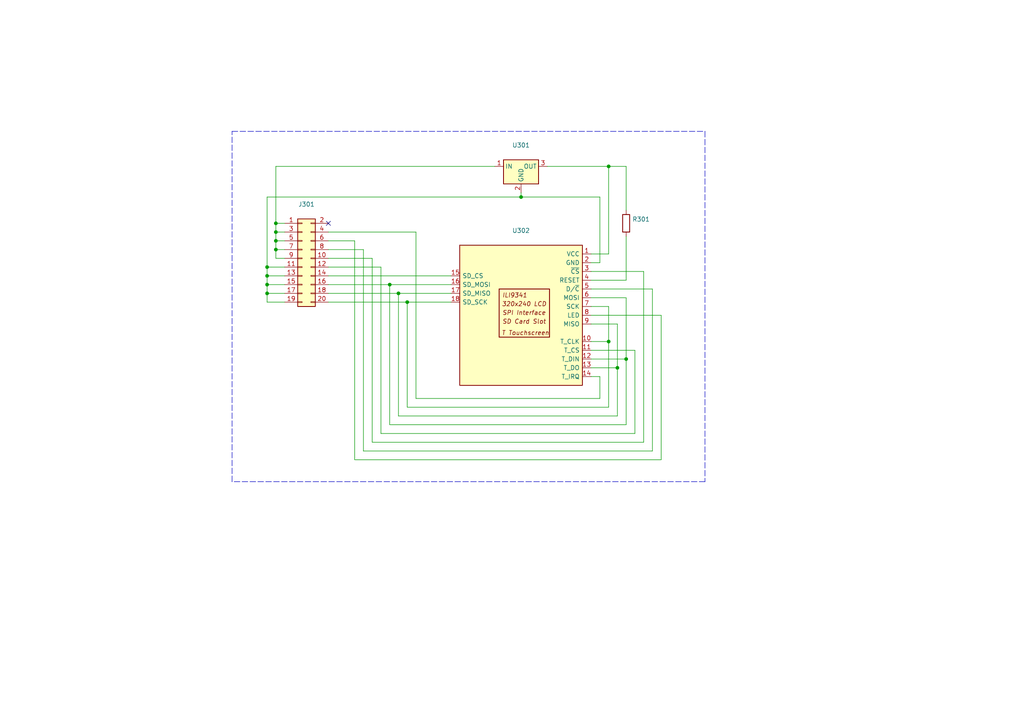
<source format=kicad_sch>
(kicad_sch (version 20211123) (generator eeschema)
  (paper "A4")
  (title_block (title "Brewboard") (date "2018-05-23") (rev "1.1") (company "MBSE") (comment 1 "TFT board"))
  (lib_symbols
    (symbol "Connector_Generic:Conn_02x10_Odd_Even" (pin_names (offset 1.016) hide)
      (property "Reference" "J" (at 1.27 12.7 0))
      (property "Value" "Conn_02x10_Odd_Even" (at 1.27 -15.24 0))
      (symbol "Conn_02x10_Odd_Even_1_1"
        (rectangle (start -1.27 -12.573) (end 0 -12.827) (stroke (width 0.1524)))
        (rectangle (start -1.27 -10.033) (end 0 -10.287) (stroke (width 0.1524)))
        (rectangle (start -1.27 -7.493) (end 0 -7.747) (stroke (width 0.1524)))
        (rectangle (start -1.27 -4.953) (end 0 -5.207) (stroke (width 0.1524)))
        (rectangle (start -1.27 -2.413) (end 0 -2.667) (stroke (width 0.1524)))
        (rectangle (start -1.27 0.127) (end 0 -0.127) (stroke (width 0.1524)))
        (rectangle (start -1.27 2.667) (end 0 2.413) (stroke (width 0.1524)))
        (rectangle (start -1.27 5.207) (end 0 4.953) (stroke (width 0.1524)))
        (rectangle (start -1.27 7.747) (end 0 7.493) (stroke (width 0.1524)))
        (rectangle (start -1.27 10.287) (end 0 10.033) (stroke (width 0.1524)))
        (rectangle (start -1.27 11.43) (end 3.81 -13.97) (stroke (width 0.254)) (fill (type background)))
        (rectangle (start 3.81 -12.573) (end 2.54 -12.827) (stroke (width 0.1524)))
        (rectangle (start 3.81 -10.033) (end 2.54 -10.287) (stroke (width 0.1524)))
        (rectangle (start 3.81 -7.493) (end 2.54 -7.747) (stroke (width 0.1524)))
        (rectangle (start 3.81 -4.953) (end 2.54 -5.207) (stroke (width 0.1524)))
        (rectangle (start 3.81 -2.413) (end 2.54 -2.667) (stroke (width 0.1524)))
        (rectangle (start 3.81 0.127) (end 2.54 -0.127) (stroke (width 0.1524)))
        (rectangle (start 3.81 2.667) (end 2.54 2.413) (stroke (width 0.1524)))
        (rectangle (start 3.81 5.207) (end 2.54 4.953) (stroke (width 0.1524)))
        (rectangle (start 3.81 7.747) (end 2.54 7.493) (stroke (width 0.1524)))
        (rectangle (start 3.81 10.287) (end 2.54 10.033) (stroke (width 0.1524)))
        (pin passive line (at -5.08 10.16 0) (length 3.81) (name "Pin_1") (number "1"))
        (pin passive line (at 7.62 0 180) (length 3.81) (name "Pin_10") (number "10"))
        (pin passive line (at -5.08 -2.54 0) (length 3.81) (name "Pin_11") (number "11"))
        (pin passive line (at 7.62 -2.54 180) (length 3.81) (name "Pin_12") (number "12"))
        (pin passive line (at -5.08 -5.08 0) (length 3.81) (name "Pin_13") (number "13"))
        (pin passive line (at 7.62 -5.08 180) (length 3.81) (name "Pin_14") (number "14"))
        (pin passive line (at -5.08 -7.62 0) (length 3.81) (name "Pin_15") (number "15"))
        (pin passive line (at 7.62 -7.62 180) (length 3.81) (name "Pin_16") (number "16"))
        (pin passive line (at -5.08 -10.16 0) (length 3.81) (name "Pin_17") (number "17"))
        (pin passive line (at 7.62 -10.16 180) (length 3.81) (name "Pin_18") (number "18"))
        (pin passive line (at -5.08 -12.7 0) (length 3.81) (name "Pin_19") (number "19"))
        (pin passive line (at 7.62 10.16 180) (length 3.81) (name "Pin_2") (number "2"))
        (pin passive line (at 7.62 -12.7 180) (length 3.81) (name "Pin_20") (number "20"))
        (pin passive line (at -5.08 7.62 0) (length 3.81) (name "Pin_3") (number "3"))
        (pin passive line (at 7.62 7.62 180) (length 3.81) (name "Pin_4") (number "4"))
        (pin passive line (at -5.08 5.08 0) (length 3.81) (name "Pin_5") (number "5"))
        (pin passive line (at 7.62 5.08 180) (length 3.81) (name "Pin_6") (number "6"))
        (pin passive line (at -5.08 2.54 0) (length 3.81) (name "Pin_7") (number "7"))
        (pin passive line (at 7.62 2.54 180) (length 3.81) (name "Pin_8") (number "8"))
        (pin passive line (at -5.08 0 0) (length 3.81) (name "Pin_9") (number "9"))
      )
    )
    (symbol "Converter_DCDC:OKI-78SR-3.3_1.5-W36-C"
      (property "Reference" "U" (at -3.81 3.175 0))
      (property "Value" "OKI-78SR-3.3_1.5-W36-C" (at 0 3.175 0))
      (symbol "OKI-78SR-3.3_1.5-W36-C_0_1"
        (rectangle (start -5.08 1.905) (end 5.08 -5.08) (stroke (width 0.254)) (fill (type background)))
      )
      (symbol "OKI-78SR-3.3_1.5-W36-C_1_1"
        (pin power_in line (at -7.62 0 0) (length 2.54) (name "IN") (number "1"))
        (pin power_in line (at 0 -7.62 90) (length 2.54) (name "GND") (number "2"))
        (pin power_out line (at 7.62 0 180) (length 2.54) (name "OUT") (number "3"))
      )
    )
    (symbol "Device:R" (pin_numbers hide) (pin_names (offset 0))
      (property "Reference" "R" (at 2.032 0 90))
      (property "Value" "R" (at 0 0 90))
      (symbol "R_0_1"
        (rectangle (start -1.016 -2.54) (end 1.016 2.54) (stroke (width 0.254)))
      )
      (symbol "R_1_1"
        (pin passive line (at 0 3.81 270) (length 1.27) (name "~") (number "1"))
        (pin passive line (at 0 -3.81 90) (length 1.27) (name "~") (number "2"))
      )
    )
    (symbol "TFT-SD:ILI9341" (pin_names (offset 0.762))
      (property "Reference" "U" (at -17.78 20.32 0))
      (property "Value" "ILI9341" (at 2.54 20.32 0))
      (symbol "ILI9341_0_0"
        (text "320x240 LCD" (at 0.889 2.032 0) (effects (font (size 1.27 1.27) italic)))
        (text "ILI9341" (at -5.461 4.572 0) (effects (font (size 1.27 1.27) italic) (justify left)))
        (text "SD Card Slot" (at -5.461 -3.048 0) (effects (font (size 1.27 1.27) italic) (justify left)))
        (text "SPI Interface" (at -5.461 -0.508 0) (effects (font (size 1.27 1.27) italic) (justify left)))
        (text "T Touchscreen" (at 1.27 -6.35 0) (effects (font (size 1.27 1.27) italic)))
        (pin input line (at 20.32 -8.89 180) (length 2.54) (name "T_CLK") (number "10"))
        (pin input line (at 20.32 -11.43 180) (length 2.54) (name "T_CS") (number "11"))
        (pin input line (at 20.32 -13.97 180) (length 2.54) (name "T_DIN") (number "12"))
        (pin tri_state line (at 20.32 -16.51 180) (length 2.54) (name "T_DO") (number "13"))
        (pin open_collector line (at 20.32 -19.05 180) (length 2.54) (name "T_IRQ") (number "14"))
      )
      (symbol "ILI9341_0_1"
        (rectangle (start -17.78 19.05) (end 17.78 -21.59) (stroke (width 0.254)) (fill (type background)))
        (rectangle (start -6.35 6.35) (end 8.255 -7.62) (stroke (width 0.254)))
      )
      (symbol "ILI9341_1_1"
        (pin power_in line (at 20.32 16.51 180) (length 2.54) (name "VCC") (number "1"))
        (pin input line (at -20.32 10.16 0) (length 2.54) (name "SD_CS") (number "15"))
        (pin input line (at -20.32 7.62 0) (length 2.54) (name "SD_MOSI") (number "16"))
        (pin tri_state line (at -20.32 5.08 0) (length 2.54) (name "SD_MISO") (number "17"))
        (pin input line (at -20.32 2.54 0) (length 2.54) (name "SD_SCK") (number "18"))
        (pin power_in line (at 20.32 13.97 180) (length 2.54) (name "GND") (number "2"))
        (pin input line (at 20.32 11.43 180) (length 2.54) (name "~{CS}") (number "3"))
        (pin input line (at 20.32 8.89 180) (length 2.54) (name "RESET") (number "4"))
        (pin input line (at 20.32 6.35 180) (length 2.54) (name "D/~{C}") (number "5"))
        (pin input line (at 20.32 3.81 180) (length 2.54) (name "MOSI") (number "6"))
        (pin input line (at 20.32 1.27 180) (length 2.54) (name "SCK") (number "7"))
        (pin input line (at 20.32 -1.27 180) (length 2.54) (name "LED") (number "8"))
        (pin tri_state line (at 20.32 -3.81 180) (length 2.54) (name "MISO") (number "9"))
      )
    )
  )
  (junction (at 77.47 80.01))
  (junction (at 176.53 48.26))
  (junction (at 115.57 85.09))
  (junction (at 77.47 77.47))
  (junction (at 77.47 85.09))
  (junction (at 80.01 67.31))
  (junction (at 179.07 106.68))
  (junction (at 77.47 82.55))
  (junction (at 176.53 99.06))
  (junction (at 80.01 69.85))
  (junction (at 80.01 64.77))
  (junction (at 113.03 82.55))
  (junction (at 80.01 72.39))
  (junction (at 151.13 57.15))
  (junction (at 118.11 87.63))
  (junction (at 181.61 104.14))
  (no_connect (at 95.25 64.77))
  (wire (pts (xy 181.61 60.96) (xy 181.61 48.26)))
  (wire (pts (xy 171.45 91.44) (xy 191.77 91.44)))
  (wire (pts (xy 95.25 80.01) (xy 130.81 80.01)))
  (wire (pts (xy 181.61 81.28) (xy 181.61 68.58)))
  (wire (pts (xy 171.45 83.82) (xy 189.23 83.82)))
  (wire (pts (xy 102.87 69.85) (xy 95.25 69.85)))
  (wire (pts (xy 77.47 80.01) (xy 82.55 80.01)))
  (wire (pts (xy 110.49 77.47) (xy 95.25 77.47)))
  (wire (pts (xy 171.45 93.98) (xy 179.07 93.98)))
  (polyline (pts (xy 67.31 139.7) (xy 67.31 38.1)))
  (wire (pts (xy 113.03 123.19) (xy 113.03 82.55)))
  (wire (pts (xy 186.69 78.74) (xy 186.69 128.27)))
  (wire (pts (xy 171.45 88.9) (xy 176.53 88.9)))
  (wire (pts (xy 95.25 82.55) (xy 113.03 82.55)))
  (wire (pts (xy 171.45 73.66) (xy 176.53 73.66)))
  (wire (pts (xy 186.69 128.27) (xy 107.95 128.27)))
  (wire (pts (xy 77.47 77.47) (xy 77.47 57.15)))
  (wire (pts (xy 184.15 125.73) (xy 110.49 125.73)))
  (wire (pts (xy 151.13 55.88) (xy 151.13 57.15)))
  (wire (pts (xy 176.53 118.11) (xy 118.11 118.11)))
  (polyline (pts (xy 204.47 139.7) (xy 67.31 139.7)))
  (wire (pts (xy 95.25 85.09) (xy 115.57 85.09)))
  (wire (pts (xy 80.01 64.77) (xy 80.01 48.26)))
  (wire (pts (xy 82.55 72.39) (xy 80.01 72.39)))
  (wire (pts (xy 179.07 120.65) (xy 115.57 120.65)))
  (wire (pts (xy 77.47 77.47) (xy 77.47 80.01)))
  (wire (pts (xy 80.01 72.39) (xy 80.01 69.85)))
  (wire (pts (xy 113.03 82.55) (xy 130.81 82.55)))
  (wire (pts (xy 105.41 130.81) (xy 105.41 72.39)))
  (wire (pts (xy 184.15 101.6) (xy 184.15 125.73)))
  (wire (pts (xy 118.11 87.63) (xy 95.25 87.63)))
  (wire (pts (xy 80.01 74.93) (xy 80.01 72.39)))
  (wire (pts (xy 82.55 69.85) (xy 80.01 69.85)))
  (wire (pts (xy 77.47 85.09) (xy 77.47 87.63)))
  (wire (pts (xy 171.45 78.74) (xy 186.69 78.74)))
  (wire (pts (xy 176.53 73.66) (xy 176.53 48.26)))
  (wire (pts (xy 173.99 76.2) (xy 171.45 76.2)))
  (wire (pts (xy 77.47 57.15) (xy 151.13 57.15)))
  (wire (pts (xy 173.99 115.57) (xy 120.65 115.57)))
  (wire (pts (xy 130.81 87.63) (xy 118.11 87.63)))
  (wire (pts (xy 179.07 106.68) (xy 179.07 120.65)))
  (wire (pts (xy 77.47 85.09) (xy 82.55 85.09)))
  (wire (pts (xy 181.61 123.19) (xy 113.03 123.19)))
  (wire (pts (xy 151.13 57.15) (xy 173.99 57.15)))
  (wire (pts (xy 181.61 48.26) (xy 176.53 48.26)))
  (wire (pts (xy 82.55 74.93) (xy 80.01 74.93)))
  (wire (pts (xy 171.45 101.6) (xy 184.15 101.6)))
  (wire (pts (xy 189.23 130.81) (xy 105.41 130.81)))
  (wire (pts (xy 120.65 115.57) (xy 120.65 67.31)))
  (wire (pts (xy 179.07 93.98) (xy 179.07 106.68)))
  (wire (pts (xy 176.53 48.26) (xy 158.75 48.26)))
  (wire (pts (xy 80.01 64.77) (xy 82.55 64.77)))
  (wire (pts (xy 107.95 74.93) (xy 95.25 74.93)))
  (wire (pts (xy 171.45 106.68) (xy 179.07 106.68)))
  (wire (pts (xy 82.55 67.31) (xy 80.01 67.31)))
  (wire (pts (xy 80.01 69.85) (xy 80.01 67.31)))
  (wire (pts (xy 77.47 87.63) (xy 82.55 87.63)))
  (wire (pts (xy 118.11 118.11) (xy 118.11 87.63)))
  (wire (pts (xy 191.77 91.44) (xy 191.77 133.35)))
  (wire (pts (xy 181.61 104.14) (xy 181.61 123.19)))
  (wire (pts (xy 80.01 48.26) (xy 143.51 48.26)))
  (wire (pts (xy 107.95 128.27) (xy 107.95 74.93)))
  (wire (pts (xy 115.57 120.65) (xy 115.57 85.09)))
  (polyline (pts (xy 204.47 38.1) (xy 204.47 139.7)))
  (wire (pts (xy 105.41 72.39) (xy 95.25 72.39)))
  (wire (pts (xy 102.87 133.35) (xy 102.87 69.85)))
  (wire (pts (xy 181.61 86.36) (xy 181.61 104.14)))
  (wire (pts (xy 189.23 83.82) (xy 189.23 130.81)))
  (wire (pts (xy 173.99 57.15) (xy 173.99 76.2)))
  (wire (pts (xy 171.45 81.28) (xy 181.61 81.28)))
  (wire (pts (xy 171.45 99.06) (xy 176.53 99.06)))
  (polyline (pts (xy 67.31 38.1) (xy 204.47 38.1)))
  (wire (pts (xy 110.49 125.73) (xy 110.49 77.47)))
  (wire (pts (xy 176.53 99.06) (xy 176.53 118.11)))
  (wire (pts (xy 120.65 67.31) (xy 95.25 67.31)))
  (wire (pts (xy 173.99 109.22) (xy 173.99 115.57)))
  (wire (pts (xy 171.45 86.36) (xy 181.61 86.36)))
  (wire (pts (xy 115.57 85.09) (xy 130.81 85.09)))
  (wire (pts (xy 77.47 82.55) (xy 77.47 85.09)))
  (wire (pts (xy 82.55 77.47) (xy 77.47 77.47)))
  (wire (pts (xy 171.45 104.14) (xy 181.61 104.14)))
  (wire (pts (xy 77.47 80.01) (xy 77.47 82.55)))
  (wire (pts (xy 80.01 67.31) (xy 80.01 64.77)))
  (wire (pts (xy 176.53 88.9) (xy 176.53 99.06)))
  (wire (pts (xy 191.77 133.35) (xy 102.87 133.35)))
  (wire (pts (xy 171.45 109.22) (xy 173.99 109.22)))
  (wire (pts (xy 77.47 82.55) (xy 82.55 82.55)))
  (symbol (lib_id "Connector_Generic:Conn_02x10_Odd_Even") (at 87.63 74.93 0) (unit 1)
    (property "Reference" "J301" (at 88.9 59.2582 0))
  )
  (symbol (lib_id "Converter_DCDC:OKI-78SR-3.3_1.5-W36-C") (at 151.13 48.26 0) (unit 1)
    (property "Reference" "U301" (at 151.13 42.1132 0))
    (property "Datasheet" "https://power.murata.com/data/power/oki-78sr.pdf" (effects hide))
  )
  (symbol (lib_id "Device:R") (at 181.61 64.77 0) (unit 1)
    (property "Reference" "R301" (at 183.388 63.6016 0) (effects (justify left)))
  )
  (symbol (lib_id "TFT-SD:ILI9341") (at 151.13 90.17 0) (unit 1)
    (property "Reference" "U302" (at 151.13 66.8782 0))
  )
)
</source>
